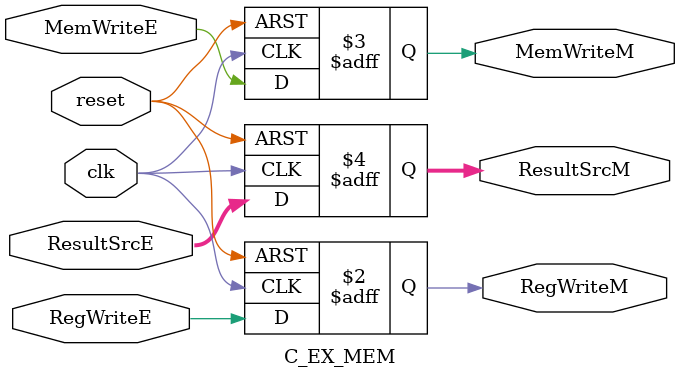
<source format=v>
/*
	Name: Control Unit Pipeline Register between Instruction Execution and Memory Access Stage
*/


module C_EX_MEM (clk, reset, RegWriteE, MemWriteE, ResultSrcE, RegWriteM, MemWriteM, ResultSrcM);
                input  clk;
                input reset;
                input  RegWriteE;
                input MemWriteE;
                input  [1:0] ResultSrcE; 
                output  reg RegWriteM, MemWriteM;
                output  reg [1:0] ResultSrcM;


/*we're passing RegWrite(used while writing back to the register),
 MemWrite(it should reach memory stage),
 ResultSrc signal (to decide what value we are writing back to the register) */
    always @( posedge clk, posedge reset ) begin
        if (reset) begin
            RegWriteM <= 0;
            MemWriteM <= 0;
            ResultSrcM <= 0;
        end
        else begin
            RegWriteM <= RegWriteE;
            MemWriteM <= MemWriteE;
            ResultSrcM <= ResultSrcE; 
        end
        
    end

endmodule
</source>
